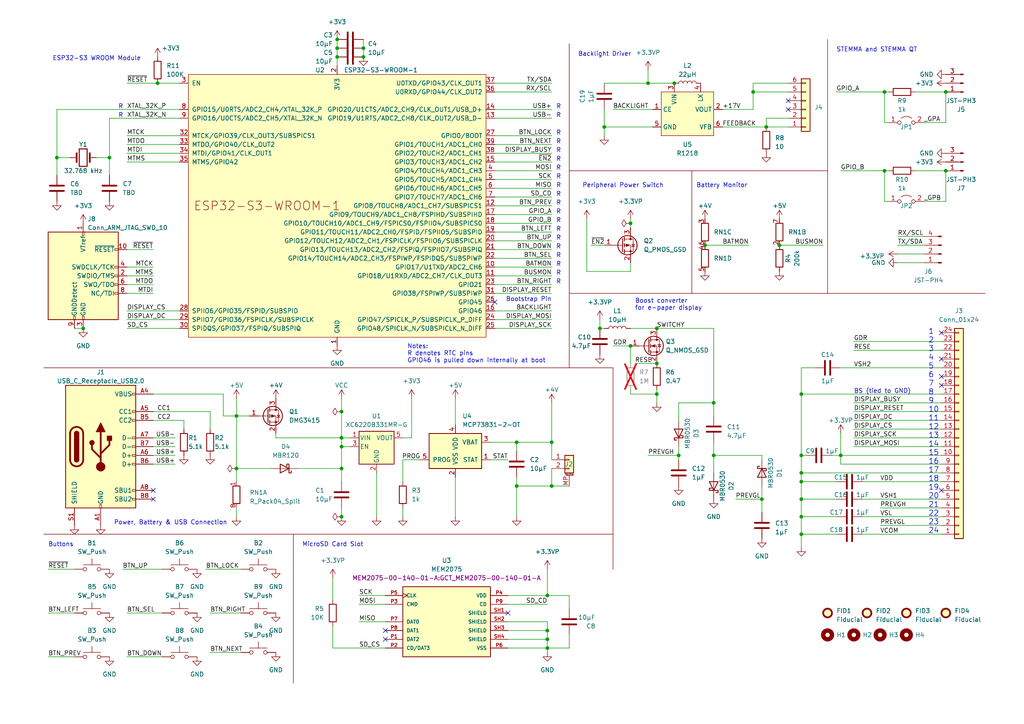
<source format=kicad_sch>
(kicad_sch (version 20230121) (generator eeschema)
  (paper "A4")
  (title_block (title "The Open Book") (date "2022-11-08") (rev "00") (company "Oddly Specific Objects"))
  (junction (at 160.02 128.27))
  (junction (at 232.41 132.08))
  (junction (at 218.44 26.67))
  (junction (at 274.32 26.67))
  (junction (at 105.41 13.97))
  (junction (at 190.5 114.3))
  (junction (at 175.26 36.83))
  (junction (at 97.79 13.97))
  (junction (at 232.41 154.94))
  (junction (at 158.75 185.42))
  (junction (at 207.01 116.84))
  (junction (at 226.06 71.12))
  (junction (at 99.06 127))
  (junction (at 16.51 45.72))
  (junction (at 45.72 24.13))
  (junction (at 232.41 149.86))
  (junction (at 97.79 11.43))
  (junction (at 173.99 95.25))
  (junction (at 232.41 114.3))
  (junction (at 220.98 144.78))
  (junction (at 190.5 95.25))
  (junction (at 68.58 135.89))
  (junction (at 232.41 144.78))
  (junction (at 158.75 187.96))
  (junction (at 99.06 149.86))
  (junction (at 158.75 182.88))
  (junction (at 243.84 132.08))
  (junction (at 97.79 16.51))
  (junction (at 105.41 16.51))
  (junction (at 222.25 36.83))
  (junction (at 190.5 105.41))
  (junction (at 99.06 129.54))
  (junction (at 68.58 120.65))
  (junction (at 187.96 24.13))
  (junction (at 99.06 119.38))
  (junction (at 196.85 132.08))
  (junction (at 232.41 139.7))
  (junction (at 274.32 49.53))
  (junction (at 182.88 100.33))
  (junction (at 232.41 137.16))
  (junction (at 158.75 172.72))
  (junction (at 31.75 45.72))
  (junction (at 149.86 140.97))
  (junction (at 207.01 132.08))
  (junction (at 256.54 49.53))
  (junction (at 204.47 71.12))
  (junction (at 24.13 95.25))
  (junction (at 256.54 26.67))
  (junction (at 160.02 140.97))
  (junction (at 149.86 128.27))
  (junction (at 195.58 24.13))
  (junction (at 182.88 64.77))
  (junction (at 99.06 135.89))
  (no_connect (at 228.6 31.75))
  (no_connect (at 273.05 111.76))
  (no_connect (at 44.45 142.24))
  (no_connect (at 147.32 177.8))
  (no_connect (at 273.05 109.22))
  (no_connect (at 273.05 96.52))
  (no_connect (at 143.51 87.63))
  (no_connect (at 111.76 182.88))
  (no_connect (at 111.76 185.42))
  (no_connect (at 228.6 29.21))
  (no_connect (at 44.45 144.78))
  (no_connect (at 273.05 104.14))
  (no_connect (at 273.05 142.24))
  (wire (pts (xy 72.39 120.65) (xy 68.58 120.65)))
  (wire (pts (xy 96.52 187.96) (xy 111.76 187.96)))
  (wire (pts (xy 119.38 115.57) (xy 119.38 127)))
  (wire (pts (xy 256.54 58.42) (xy 256.54 49.53)))
  (wire (pts (xy 31.75 50.8) (xy 31.75 45.72)))
  (wire (pts (xy 44.45 82.55) (xy 36.83 82.55)))
  (wire (pts (xy 160.02 90.17) (xy 143.51 90.17)))
  (wire (pts (xy 64.77 120.65) (xy 68.58 120.65)))
  (wire (pts (xy 80.01 127) (xy 99.06 127)))
  (wire (pts (xy 13.97 165.1) (xy 21.59 165.1)))
  (wire (pts (xy 232.41 154.94) (xy 242.57 154.94)))
  (wire (pts (xy 250.19 149.86) (xy 273.05 149.86)))
  (wire (pts (xy 104.14 180.34) (xy 111.76 180.34)))
  (wire (pts (xy 86.36 135.89) (xy 99.06 135.89)))
  (wire (pts (xy 232.41 154.94) (xy 232.41 158.75)))
  (wire (pts (xy 105.41 11.43) (xy 105.41 13.97)))
  (wire (pts (xy 190.5 113.03) (xy 190.5 114.3)))
  (wire (pts (xy 175.26 36.83) (xy 189.23 36.83)))
  (polyline (pts (xy 177.8 106.68) (xy 177.8 154.94)) (stroke (width 0) (type solid) (color 132 0 0 1)))
  (wire (pts (xy 68.58 147.32) (xy 68.58 149.86)))
  (wire (pts (xy 147.32 187.96) (xy 158.75 187.96)))
  (wire (pts (xy 232.41 106.68) (xy 236.22 106.68)))
  (wire (pts (xy 165.1 187.96) (xy 158.75 187.96)))
  (wire (pts (xy 273.05 137.16) (xy 232.41 137.16)))
  (wire (pts (xy 232.41 144.78) (xy 242.57 144.78)))
  (wire (pts (xy 160.02 135.89) (xy 160.02 140.97)))
  (wire (pts (xy 247.65 121.92) (xy 273.05 121.92)))
  (wire (pts (xy 158.75 172.72) (xy 158.75 165.1)))
  (wire (pts (xy 160.02 31.75) (xy 143.51 31.75)))
  (wire (pts (xy 99.06 119.38) (xy 99.06 127)))
  (wire (pts (xy 171.45 71.12) (xy 175.26 71.12)))
  (wire (pts (xy 267.97 58.42) (xy 274.32 58.42)))
  (wire (pts (xy 207.01 137.16) (xy 207.01 132.08)))
  (wire (pts (xy 220.98 132.08) (xy 220.98 133.35)))
  (wire (pts (xy 60.96 177.8) (xy 69.85 177.8)))
  (wire (pts (xy 220.98 144.78) (xy 220.98 148.59)))
  (wire (pts (xy 247.65 127) (xy 273.05 127)))
  (wire (pts (xy 36.83 90.17) (xy 52.07 90.17)))
  (wire (pts (xy 247.65 119.38) (xy 273.05 119.38)))
  (wire (pts (xy 99.06 129.54) (xy 101.6 129.54)))
  (wire (pts (xy 177.8 31.75) (xy 189.23 31.75)))
  (polyline (pts (xy 165.1 85.09) (xy 240.03 85.09)) (stroke (width 0) (type solid) (color 132 0 0 1)))
  (wire (pts (xy 160.02 44.45) (xy 143.51 44.45)))
  (wire (pts (xy 260.35 71.12) (xy 267.97 71.12)))
  (wire (pts (xy 187.96 132.08) (xy 196.85 132.08)))
  (wire (pts (xy 165.1 172.72) (xy 158.75 172.72)))
  (polyline (pts (xy 85.09 154.94) (xy 85.09 198.12)) (stroke (width 0) (type solid) (color 132 0 0 1)))
  (polyline (pts (xy 165.1 12.7) (xy 165.1 106.68)) (stroke (width 0) (type solid) (color 132 0 0 1)))
  (wire (pts (xy 147.32 172.72) (xy 158.75 172.72)))
  (wire (pts (xy 256.54 35.56) (xy 257.81 35.56)))
  (wire (pts (xy 218.44 26.67) (xy 228.6 26.67)))
  (wire (pts (xy 222.25 36.83) (xy 228.6 36.83)))
  (wire (pts (xy 256.54 58.42) (xy 257.81 58.42)))
  (wire (pts (xy 160.02 39.37) (xy 143.51 39.37)))
  (wire (pts (xy 44.45 85.09) (xy 36.83 85.09)))
  (polyline (pts (xy 12.7 154.94) (xy 177.8 154.94)) (stroke (width 0) (type solid) (color 132 0 0 1)))
  (wire (pts (xy 96.52 181.61) (xy 96.52 187.96)))
  (polyline (pts (xy 177.8 154.94) (xy 177.8 165.1)) (stroke (width 0) (type solid) (color 132 0 0 1)))
  (wire (pts (xy 147.32 180.34) (xy 158.75 180.34)))
  (wire (pts (xy 232.41 114.3) (xy 273.05 114.3)))
  (wire (pts (xy 99.06 135.89) (xy 99.06 139.7)))
  (wire (pts (xy 218.44 31.75) (xy 218.44 26.67)))
  (wire (pts (xy 243.84 106.68) (xy 273.05 106.68)))
  (wire (pts (xy 233.68 132.08) (xy 232.41 132.08)))
  (wire (pts (xy 255.27 152.4) (xy 273.05 152.4)))
  (wire (pts (xy 68.58 120.65) (xy 68.58 135.89)))
  (wire (pts (xy 238.76 71.12) (xy 226.06 71.12)))
  (wire (pts (xy 99.06 129.54) (xy 99.06 135.89)))
  (wire (pts (xy 196.85 132.08) (xy 196.85 133.35)))
  (wire (pts (xy 99.06 127) (xy 99.06 129.54)))
  (wire (pts (xy 160.02 80.01) (xy 143.51 80.01)))
  (wire (pts (xy 187.96 20.32) (xy 187.96 24.13)))
  (wire (pts (xy 53.34 121.92) (xy 53.34 124.46)))
  (polyline (pts (xy 240.03 11.43) (xy 240.03 85.09)) (stroke (width 0) (type solid) (color 132 0 0 1)))
  (wire (pts (xy 160.02 116.84) (xy 160.02 128.27)))
  (wire (pts (xy 36.83 177.8) (xy 46.99 177.8)))
  (wire (pts (xy 68.58 135.89) (xy 68.58 139.7)))
  (wire (pts (xy 149.86 140.97) (xy 149.86 149.86)))
  (wire (pts (xy 36.83 46.99) (xy 52.07 46.99)))
  (wire (pts (xy 16.51 50.8) (xy 16.51 45.72)))
  (wire (pts (xy 165.1 184.15) (xy 165.1 187.96)))
  (wire (pts (xy 64.77 114.3) (xy 64.77 120.65)))
  (wire (pts (xy 247.65 99.06) (xy 273.05 99.06)))
  (wire (pts (xy 241.3 132.08) (xy 243.84 132.08)))
  (polyline (pts (xy 392.43 208.28) (xy 435.61 208.28)) (stroke (width 0) (type solid) (color 132 0 0 1)))
  (wire (pts (xy 232.41 149.86) (xy 242.57 149.86)))
  (wire (pts (xy 147.32 133.35) (xy 142.24 133.35)))
  (wire (pts (xy 182.88 114.3) (xy 190.5 114.3)))
  (wire (pts (xy 160.02 72.39) (xy 143.51 72.39)))
  (polyline (pts (xy 435.61 210.82) (xy 510.54 210.82)) (stroke (width 0) (type solid) (color 132 0 0 1)))
  (wire (pts (xy 45.72 24.13) (xy 36.83 24.13)))
  (wire (pts (xy 44.45 80.01) (xy 36.83 80.01)))
  (wire (pts (xy 96.52 167.64) (xy 96.52 173.99)))
  (wire (pts (xy 182.88 76.2) (xy 182.88 78.74)))
  (wire (pts (xy 16.51 31.75) (xy 16.51 45.72)))
  (wire (pts (xy 97.79 11.43) (xy 97.79 13.97)))
  (polyline (pts (xy 165.1 49.53) (xy 240.03 49.53)) (stroke (width 0) (type solid) (color 132 0 0 1)))
  (wire (pts (xy 187.96 24.13) (xy 195.58 24.13)))
  (wire (pts (xy 16.51 31.75) (xy 52.07 31.75)))
  (wire (pts (xy 158.75 175.26) (xy 147.32 175.26)))
  (wire (pts (xy 27.94 45.72) (xy 31.75 45.72)))
  (wire (pts (xy 267.97 35.56) (xy 274.32 35.56)))
  (wire (pts (xy 222.25 34.29) (xy 222.25 36.83)))
  (wire (pts (xy 232.41 106.68) (xy 232.41 114.3)))
  (wire (pts (xy 182.88 113.03) (xy 182.88 114.3)))
  (wire (pts (xy 160.02 59.69) (xy 143.51 59.69)))
  (wire (pts (xy 31.75 34.29) (xy 31.75 45.72)))
  (wire (pts (xy 68.58 115.57) (xy 68.58 120.65)))
  (wire (pts (xy 190.5 95.25) (xy 182.88 95.25)))
  (wire (pts (xy 209.55 31.75) (xy 218.44 31.75)))
  (wire (pts (xy 175.26 39.37) (xy 175.26 36.83)))
  (wire (pts (xy 149.86 130.81) (xy 149.86 128.27)))
  (wire (pts (xy 256.54 35.56) (xy 256.54 26.67)))
  (wire (pts (xy 44.45 72.39) (xy 36.83 72.39)))
  (wire (pts (xy 97.79 16.51) (xy 97.79 19.05)))
  (wire (pts (xy 116.84 133.35) (xy 121.92 133.35)))
  (wire (pts (xy 196.85 116.84) (xy 196.85 121.92)))
  (wire (pts (xy 52.07 24.13) (xy 45.72 24.13)))
  (wire (pts (xy 160.02 64.77) (xy 143.51 64.77)))
  (wire (pts (xy 158.75 187.96) (xy 158.75 189.23)))
  (wire (pts (xy 36.83 44.45) (xy 52.07 44.45)))
  (wire (pts (xy 247.65 101.6) (xy 273.05 101.6)))
  (wire (pts (xy 105.41 13.97) (xy 105.41 16.51)))
  (wire (pts (xy 50.8 134.62) (xy 44.45 134.62)))
  (wire (pts (xy 182.88 100.33) (xy 182.88 105.41)))
  (wire (pts (xy 35.56 165.1) (xy 46.99 165.1)))
  (wire (pts (xy 257.81 26.67) (xy 256.54 26.67)))
  (wire (pts (xy 16.51 45.72) (xy 20.32 45.72)))
  (wire (pts (xy 119.38 127) (xy 116.84 127)))
  (wire (pts (xy 97.79 13.97) (xy 97.79 16.51)))
  (wire (pts (xy 228.6 34.29) (xy 222.25 34.29)))
  (wire (pts (xy 232.41 149.86) (xy 232.41 154.94)))
  (wire (pts (xy 60.96 119.38) (xy 60.96 124.46)))
  (wire (pts (xy 182.88 63.5) (xy 182.88 64.77)))
  (wire (pts (xy 99.06 115.57) (xy 99.06 119.38)))
  (wire (pts (xy 274.32 35.56) (xy 274.32 26.67)))
  (polyline (pts (xy 12.7 106.68) (xy 177.8 106.68)) (stroke (width 0) (type solid) (color 132 0 0 1)))
  (wire (pts (xy 59.69 165.1) (xy 69.85 165.1)))
  (wire (pts (xy 250.19 154.94) (xy 273.05 154.94)))
  (wire (pts (xy 36.83 39.37) (xy 52.07 39.37)))
  (wire (pts (xy 50.8 129.54) (xy 44.45 129.54)))
  (wire (pts (xy 175.26 36.83) (xy 175.26 31.75)))
  (wire (pts (xy 243.84 132.08) (xy 243.84 125.73)))
  (wire (pts (xy 232.41 144.78) (xy 232.41 149.86)))
  (wire (pts (xy 190.5 114.3) (xy 190.5 116.84)))
  (wire (pts (xy 158.75 185.42) (xy 158.75 187.96)))
  (wire (pts (xy 109.22 149.86) (xy 109.22 137.16)))
  (wire (pts (xy 13.97 190.5) (xy 21.59 190.5)))
  (wire (pts (xy 149.86 128.27) (xy 142.24 128.27)))
  (wire (pts (xy 196.85 129.54) (xy 196.85 132.08)))
  (polyline (pts (xy 435.61 210.82) (xy 435.61 266.7)) (stroke (width 0) (type solid) (color 132 0 0 1)))
  (wire (pts (xy 132.08 149.86) (xy 132.08 138.43)))
  (wire (pts (xy 256.54 49.53) (xy 257.81 49.53)))
  (wire (pts (xy 242.57 26.67) (xy 256.54 26.67)))
  (wire (pts (xy 232.41 132.08) (xy 232.41 137.16)))
  (wire (pts (xy 207.01 116.84) (xy 207.01 120.65)))
  (wire (pts (xy 247.65 124.46) (xy 273.05 124.46)))
  (wire (pts (xy 247.65 116.84) (xy 273.05 116.84)))
  (wire (pts (xy 207.01 95.25) (xy 190.5 95.25)))
  (wire (pts (xy 274.32 58.42) (xy 274.32 49.53)))
  (wire (pts (xy 260.35 68.58) (xy 267.97 68.58)))
  (wire (pts (xy 177.8 100.33) (xy 182.88 100.33)))
  (wire (pts (xy 243.84 134.62) (xy 243.84 132.08)))
  (wire (pts (xy 104.14 175.26) (xy 111.76 175.26)))
  (wire (pts (xy 160.02 128.27) (xy 160.02 133.35)))
  (wire (pts (xy 250.19 144.78) (xy 273.05 144.78)))
  (wire (pts (xy 190.5 105.41) (xy 184.15 105.41)))
  (wire (pts (xy 217.17 71.12) (xy 204.47 71.12)))
  (wire (pts (xy 209.55 36.83) (xy 222.25 36.83)))
  (wire (pts (xy 104.14 172.72) (xy 111.76 172.72)))
  (wire (pts (xy 36.83 92.71) (xy 52.07 92.71)))
  (wire (pts (xy 218.44 26.67) (xy 218.44 24.13)))
  (wire (pts (xy 170.18 63.5) (xy 170.18 78.74)))
  (wire (pts (xy 213.36 144.78) (xy 220.98 144.78)))
  (wire (pts (xy 160.02 54.61) (xy 143.51 54.61)))
  (wire (pts (xy 160.02 34.29) (xy 143.51 34.29)))
  (wire (pts (xy 160.02 92.71) (xy 143.51 92.71)))
  (wire (pts (xy 160.02 77.47) (xy 143.51 77.47)))
  (wire (pts (xy 160.02 57.15) (xy 143.51 57.15)))
  (wire (pts (xy 158.75 180.34) (xy 158.75 182.88)))
  (wire (pts (xy 160.02 41.91) (xy 143.51 41.91)))
  (wire (pts (xy 207.01 116.84) (xy 207.01 95.25)))
  (wire (pts (xy 44.45 121.92) (xy 53.34 121.92)))
  (wire (pts (xy 218.44 24.13) (xy 228.6 24.13)))
  (wire (pts (xy 160.02 85.09) (xy 143.51 85.09)))
  (wire (pts (xy 265.43 49.53) (xy 274.32 49.53)))
  (wire (pts (xy 160.02 67.31) (xy 143.51 67.31)))
  (wire (pts (xy 13.97 177.8) (xy 21.59 177.8)))
  (wire (pts (xy 160.02 82.55) (xy 143.51 82.55)))
  (wire (pts (xy 36.83 41.91) (xy 52.07 41.91)))
  (wire (pts (xy 116.84 139.7) (xy 116.84 133.35)))
  (wire (pts (xy 173.99 95.25) (xy 175.26 95.25)))
  (wire (pts (xy 149.86 128.27) (xy 160.02 128.27)))
  (wire (pts (xy 160.02 49.53) (xy 143.51 49.53)))
  (polyline (pts (xy 200.66 49.53) (xy 200.66 85.09)) (stroke (width 0) (type solid) (color 132 0 0 1)))
  (wire (pts (xy 160.02 46.99) (xy 143.51 46.99)))
  (wire (pts (xy 158.75 182.88) (xy 158.75 185.42)))
  (wire (pts (xy 36.83 190.5) (xy 46.99 190.5)))
  (wire (pts (xy 80.01 127) (xy 80.01 125.73)))
  (wire (pts (xy 160.02 24.13) (xy 143.51 24.13)))
  (wire (pts (xy 243.84 132.08) (xy 273.05 132.08)))
  (wire (pts (xy 31.75 34.29) (xy 52.07 34.29)))
  (wire (pts (xy 232.41 137.16) (xy 232.41 139.7)))
  (wire (pts (xy 78.74 135.89) (xy 68.58 135.89)))
  (polyline (pts (xy 468.63 210.82) (xy 468.63 266.7)) (stroke (width 0) (type solid) (color 132 0 0 1)))
  (wire (pts (xy 265.43 26.67) (xy 274.32 26.67)))
  (wire (pts (xy 160.02 140.97) (xy 165.1 140.97)))
  (wire (pts (xy 21.59 95.25) (xy 24.13 95.25)))
  (wire (pts (xy 255.27 147.32) (xy 273.05 147.32)))
  (wire (pts (xy 232.41 139.7) (xy 232.41 144.78)))
  (wire (pts (xy 132.08 115.57) (xy 132.08 123.19)))
  (wire (pts (xy 160.02 26.67) (xy 143.51 26.67)))
  (wire (pts (xy 273.05 134.62) (xy 243.84 134.62)))
  (wire (pts (xy 182.88 64.77) (xy 182.88 66.04)))
  (wire (pts (xy 220.98 132.08) (xy 207.01 132.08)))
  (wire (pts (xy 160.02 74.93) (xy 143.51 74.93)))
  (wire (pts (xy 160.02 95.25) (xy 143.51 95.25)))
  (wire (pts (xy 116.84 147.32) (xy 116.84 149.86)))
  (wire (pts (xy 165.1 176.53) (xy 165.1 172.72)))
  (wire (pts (xy 50.8 127) (xy 44.45 127)))
  (wire (pts (xy 196.85 116.84) (xy 207.01 116.84)))
  (wire (pts (xy 220.98 140.97) (xy 220.98 144.78)))
  (wire (pts (xy 160.02 62.23) (xy 143.51 62.23)))
  (wire (pts (xy 160.02 69.85) (xy 143.51 69.85)))
  (wire (pts (xy 147.32 185.42) (xy 158.75 185.42)))
  (polyline (pts (xy 240.03 85.09) (xy 285.75 85.09)) (stroke (width 0) (type solid) (color 132 0 0 1)))
  (wire (pts (xy 147.32 182.88) (xy 158.75 182.88)))
  (wire (pts (xy 260.35 76.2) (xy 267.97 76.2)))
  (wire (pts (xy 232.41 139.7) (xy 242.57 139.7)))
  (wire (pts (xy 50.8 132.08) (xy 44.45 132.08)))
  (wire (pts (xy 44.45 77.47) (xy 36.83 77.47)))
  (wire (pts (xy 175.26 24.13) (xy 187.96 24.13)))
  (wire (pts (xy 149.86 140.97) (xy 160.02 140.97)))
  (wire (pts (xy 44.45 114.3) (xy 64.77 114.3)))
  (wire (pts (xy 173.99 92.71) (xy 173.99 95.25)))
  (wire (pts (xy 250.19 139.7) (xy 273.05 139.7)))
  (polyline (pts (xy 435.61 160.02) (xy 435.61 210.82)) (stroke (width 0) (type solid) (color 132 0 0 1)))
  (wire (pts (xy 260.35 73.66) (xy 267.97 73.66)))
  (wire (pts (xy 149.86 138.43) (xy 149.86 140.97)))
  (wire (pts (xy 243.84 49.53) (xy 256.54 49.53)))
  (wire (pts (xy 60.96 189.23) (xy 69.85 189.23)))
  (wire (pts (xy 99.06 127) (xy 101.6 127)))
  (wire (pts (xy 247.65 129.54) (xy 273.05 129.54)))
  (wire (pts (xy 182.88 78.74) (xy 170.18 78.74)))
  (wire (pts (xy 160.02 52.07) (xy 143.51 52.07)))
  (wire (pts (xy 44.45 119.38) (xy 60.96 119.38)))
  (wire (pts (xy 207.01 128.27) (xy 207.01 132.08)))
  (wire (pts (xy 99.06 149.86) (xy 99.06 147.32)))
  (wire (pts (xy 36.83 95.25) (xy 52.07 95.25)))
  (wire (pts (xy 232.41 114.3) (xy 232.41 132.08)))
  (text "R" (at 161.29 34.29 0) (effects (font (size 1.27 1.27)) (justify left bottom)))
  (text "Backlight Driver" (at 167.64 16.51 0) (effects (font (size 1.27 1.27)) (justify left bottom)))
  (text "R" (at 161.29 46.99 0) (effects (font (size 1.27 1.27)) (justify left bottom)))
  (text "STEMMA and STEMMA QT" (at 242.57 15.24 0) (effects (font (size 1.27 1.27)) (justify left bottom)))
  (text "R" (at 161.29 44.45 0) (effects (font (size 1.27 1.27)) (justify left bottom)))
  (text "R" (at 161.29 49.53 0) (effects (font (size 1.27 1.27)) (justify left bottom)))
  (text "Notes:\nR denotes RTC pins\nGPIO46 is pulled down internally at boot" (at 118.11 105.41 0) (effects (font (size 1.27 1.27)) (justify left bottom)))
  (text "R" (at 161.29 67.31 0) (effects (font (size 1.27 1.27)) (justify left bottom)))
  (text "Peripheral Power Switch" (at 168.91 54.61 0) (effects (font (size 1.27 1.27)) (justify left bottom)))
  (text "Power, Battery & USB Connection" (at 33.02 152.4 0) (effects (font (size 1.27 1.27)) (justify left bottom)))
  (text "R" (at 161.29 59.69 0) (effects (font (size 1.27 1.27)) (justify left bottom)))
  (text "R" (at 161.29 80.01 0) (effects (font (size 1.27 1.27)) (justify left bottom)))
  (text "1\n2\n3\n4\n5\n6\n7\n8\n9\n10\n11\n12\n13\n14\n15\n16\n17\n18\n19\n20\n21\n22\n23\n24" (at 269.24 154.94 0) (effects (font (size 1.56 1.56)) (justify left bottom)))
  (text "Buttons" (at 13.97 158.75 0) (effects (font (size 1.27 1.27)) (justify left bottom)))
  (text "ESP32-S3 WROOM Module" (at 15.24 17.78 0) (effects (font (size 1.27 1.27)) (justify left bottom)))
  (text "R" (at 161.29 57.15 0) (effects (font (size 1.27 1.27)) (justify left bottom)))
  (text "R" (at 161.29 62.23 0) (effects (font (size 1.27 1.27)) (justify left bottom)))
  (text "R" (at 161.29 69.85 0) (effects (font (size 1.27 1.27)) (justify left bottom)))
  (text "R" (at 161.29 77.47 0) (effects (font (size 1.27 1.27)) (justify left bottom)))
  (text "R" (at 34.29 34.29 0) (effects (font (size 1.27 1.27)) (justify left bottom)))
  (text "R" (at 34.29 31.75 0) (effects (font (size 1.27 1.27)) (justify left bottom)))
  (text "R" (at 161.29 74.93 0) (effects (font (size 1.27 1.27)) (justify left bottom)))
  (text "MicroSD Card Slot" (at 87.63 158.75 0) (effects (font (size 1.27 1.27)) (justify left bottom)))
  (text "R" (at 161.29 54.61 0) (effects (font (size 1.27 1.27)) (justify left bottom)))
  (text "R" (at 161.29 52.07 0) (effects (font (size 1.27 1.27)) (justify left bottom)))
  (text "BS (tied to GND)" (at 247.65 114.3 0) (effects (font (size 1.27 1.27)) (justify left bottom)))
  (text "R" (at 161.29 82.55 0) (effects (font (size 1.27 1.27)) (justify left bottom)))
  (text "R" (at 161.29 31.75 0) (effects (font (size 1.27 1.27)) (justify left bottom)))
  (text "R" (at 161.29 39.37 0) (effects (font (size 1.27 1.27)) (justify left bottom)))
  (text "R" (at 161.29 41.91 0) (effects (font (size 1.27 1.27)) (justify left bottom)))
  (text "Bootstrap Pin" (at 160.02 87.63 0) (effects (font (size 1.27 1.27)) (justify right bottom)))
  (text "Battery Monitor" (at 201.93 54.61 0) (effects (font (size 1.27 1.27)) (justify left bottom)))
  (text "Boost converter\nfor e-paper display" (at 184.15 90.17 0) (effects (font (size 1.27 1.27)) (justify left bottom)))
  (text "R" (at 161.29 64.77 0) (effects (font (size 1.27 1.27)) (justify left bottom)))
  (text "R" (at 161.29 72.39 0) (effects (font (size 1.27 1.27)) (justify left bottom)))
  (label "DISPLAY_MOSI" (at 247.65 129.54 0))
  (label "CC2" (at 49.53 121.92 180))
  (label "SWITCHY" (at 190.5 95.25 0))
  (label "GPIO_B" (at 243.84 49.53 0))
  (label "+17V" (at 209.55 31.75 0))
  (label "RX{slash}SCL" (at 260.35 68.58 0))
  (label "BTN_SEL" (at 160.02 74.93 180))
  (label "BTN_LOCK" (at 59.69 165.1 0))
  (label "GPIO_A" (at 160.02 62.23 180))
  (label "USB+" (at 50.8 132.08 180))
  (label "BTN_RIGHT" (at 60.96 177.8 0))
  (label "BTN_SEL" (at 36.83 177.8 0))
  (label "DISPLAY_SCK" (at 160.02 95.25 180))
  (label "SD_CS" (at 104.14 187.96 0))
  (label "BTN_NEXT" (at 60.96 189.23 0))
  (label "MOSI" (at 104.14 175.26 0))
  (label "MTCK" (at 36.83 39.37 0))
  (label "MISO" (at 104.14 180.34 0))
  (label "BTN_NEXT" (at 160.02 41.91 180))
  (label "PROG" (at 121.92 133.35 180))
  (label "RESE" (at 247.65 101.6 0))
  (label "SCK" (at 104.14 172.72 0))
  (label "VSH1" (at 255.27 144.78 0))
  (label "DISPLAY_SCK" (at 247.65 127 0))
  (label "TX{slash}SDA" (at 260.35 71.12 0))
  (label "USB+" (at 50.8 134.62 180))
  (label "FEEDBACK" (at 209.55 36.83 0))
  (label "BTN_UP" (at 160.02 69.85 180))
  (label "MTMS" (at 44.45 80.01 180))
  (label "USB+" (at 160.02 31.75 180))
  (label "DISPLAY_RESET" (at 160.02 85.09 180))
  (label "CC1" (at 49.53 119.38 180))
  (label "SD_CS" (at 36.83 95.25 0))
  (label "GDR" (at 177.8 100.33 0))
  (label "DISPLAY_RESET" (at 247.65 119.38 0))
  (label "GPIO_B" (at 160.02 64.77 180))
  (label "VSH2" (at 247.65 106.68 0))
  (label "GDR" (at 247.65 99.06 0))
  (label "MTDI" (at 36.83 44.45 0))
  (label "BTN_DOWN" (at 160.02 72.39 180))
  (label "VSL" (at 255.27 149.86 0))
  (label "BATMON" (at 217.17 71.12 180))
  (label "BTN_RIGHT" (at 160.02 82.55 180))
  (label "MTDO" (at 44.45 82.55 180))
  (label "MTMS" (at 36.83 46.99 0))
  (label "MOSI" (at 160.02 49.53 180))
  (label "_GPB" (at 267.97 58.42 0))
  (label "~{EN2}" (at 160.02 46.99 180))
  (label "DISPLAY_CS" (at 247.65 124.46 0))
  (label "_GPA" (at 267.97 35.56 0))
  (label "USB-" (at 50.8 129.54 180))
  (label "BUSMON" (at 160.02 80.01 180))
  (label "USB-" (at 160.02 34.29 180))
  (label "BTN_LEFT" (at 13.97 177.8 0))
  (label "MTCK" (at 44.45 77.47 180))
  (label "~{RESET}" (at 36.83 24.13 0))
  (label "SD_CD" (at 160.02 57.15 180))
  (label "SCK" (at 160.02 52.07 180))
  (label "BTN_LEFT" (at 160.02 67.31 180))
  (label "~{EN2}" (at 171.45 71.12 0))
  (label "BTN_LOCK" (at 160.02 39.37 180))
  (label "BTN_UP" (at 35.56 165.1 0))
  (label "RESE" (at 184.15 105.41 0))
  (label "PREVGL" (at 213.36 144.78 0))
  (label "TX{slash}SDA" (at 160.02 24.13 180))
  (label "MISO" (at 160.02 54.61 180))
  (label "USB-" (at 50.8 127 180))
  (label "GPIO_A" (at 242.57 26.67 0))
  (label "SD_CD" (at 158.75 175.26 180))
  (label "BTN_PREV" (at 160.02 59.69 180))
  (label "BACKLIGHT" (at 177.8 31.75 0))
  (label "DISPLAY_BUSY" (at 160.02 44.45 180))
  (label "~{RESET}" (at 44.45 72.39 180))
  (label "RX{slash}SCL" (at 160.02 26.67 180))
  (label "VCOM" (at 255.27 154.94 0))
  (label "DISPLAY_CS" (at 36.83 90.17 0))
  (label "PREVGL" (at 255.27 152.4 0))
  (label "XTAL_32K_N" (at 36.83 34.29 0))
  (label "BUSMON" (at 238.76 71.12 180))
  (label "STAT" (at 147.32 133.35 180))
  (label "XTAL_32K_P" (at 36.83 31.75 0))
  (label "PREVGH" (at 187.96 132.08 0))
  (label "~{RESET}" (at 13.97 165.1 0))
  (label "BTN_PREV" (at 13.97 190.5 0))
  (label "DISPLAY_MOSI" (at 160.02 92.71 180))
  (label "VDD" (at 255.27 139.7 0))
  (label "BTN_DOWN" (at 36.83 190.5 0))
  (label "MTDO" (at 36.83 41.91 0))
  (label "DISPLAY_DC" (at 247.65 121.92 0))
  (label "BATMON" (at 160.02 77.47 180))
  (label "BACKLIGHT" (at 160.02 90.17 180))
  (label "MTDI" (at 44.45 85.09 180))
  (label "DISPLAY_BUSY" (at 247.65 116.84 0))
  (label "PREVGH" (at 255.27 147.32 0))
  (label "DISPLAY_DC" (at 36.83 92.71 0))
  (symbol (lib_id "Connector:Conn_01x04_Male") (at 273.05 73.66 180) (unit 1)
    (property "Reference" "J6" (at 269.24 78.74 0))
    (property "Value" "JST-PH4" (at 269.24 81.28 0))
    (property "Footprint" "Connector_JST:JST_SH_SM04B-SRSS-TB_1x04-1MP_P1.00mm_Horizontal" (effects hide))
  )
  (symbol (lib_id "power:GND") (at 29.21 152.4 0) (unit 1)
    (property "Reference" "#PWR023" (effects hide))
    (property "Value" "GND" (effects hide))
  )
  (symbol (lib_id "power:GND") (at 21.59 152.4 0) (unit 1)
    (property "Reference" "#PWR022" (effects hide))
    (property "Value" "GND" (effects hide))
  )
  (symbol (lib_id "power:GND") (at 190.5 116.84 0) (unit 1)
    (property "Reference" "#PWR0131" (effects hide))
    (property "Value" "GND" (effects hide))
  )
  (symbol (lib_id "power:GND") (at 232.41 158.75 0) (unit 1)
    (property "Reference" "#PWR0141" (effects hide))
    (property "Value" "GND" (effects hide))
  )
  (symbol (lib_id "Mechanical:Fiducial") (at 274.32 177.8 0) (unit 1)
    (property "Reference" "FID4" (at 276.86 177.165 0) (effects (justify left)))
    (property "Value" "Fiducial" (at 276.86 179.705 0) (effects (justify left)))
    (property "Footprint" "Fiducial:Fiducial_1mm_Mask2mm" (effects hide))
  )
  (symbol (lib_id "Device:R") (at 53.34 128.27 0) (unit 1)
    (property "Reference" "R1" (at 54.61 127 0) (effects (justify left)))
    (property "Value" "5.1k" (at 54.61 129.54 0) (effects (justify left)))
    (property "Footprint" "Resistor_SMD:R_0805_2012Metric" (effects hide))
  )
  (symbol (lib_id "power:GND") (at 31.75 165.1 0) (unit 1)
    (property "Reference" "#PWR0154" (effects hide))
    (property "Value" "GND" (at 31.75 170.18 0))
  )
  (symbol (lib_id "power:GND") (at 220.98 156.21 0) (unit 1)
    (property "Reference" "#PWR031" (effects hide))
    (property "Value" "GND" (at 220.98 161.29 0))
  )
  (symbol (lib_id "Switch:SW_Push") (at 26.67 190.5 0) (unit 1)
    (property "Reference" "B3" (at 26.67 182.88 0))
    (property "Value" "SW_Push" (at 26.67 185.42 0))
    (property "Footprint" "TACT_PANA-EVQ:TACT_PANA-EVQ-BUTTONPAD" (effects hide))
  )
  (symbol (lib_id "Connector:USB_C_Receptacle_USB2.0") (at 29.21 129.54 0) (unit 1)
    (property "Reference" "J1" (at 29.21 107.95 0))
    (property "Value" "USB_C_Receptacle_USB2.0" (at 29.21 110.49 0))
    (property "Footprint" "Connector_USB:USB_C_Receptacle_HRO_TYPE-C-31-M-12" (effects hide))
    (property "Datasheet" "https://www.usb.org/sites/default/files/documents/usb_type-c.zip" (effects hide))
  )
  (symbol (lib_id "power:GND") (at 16.51 58.42 0) (unit 1)
    (property "Reference" "#PWR06" (effects hide))
    (property "Value" "GND" (effects hide))
  )
  (symbol (lib_id "Connector_Generic_MountingPin:Conn_01x02_MountingPin") (at 165.1 133.35 0) (unit 1)
    (property "Reference" "J2" (at 163.83 134.62 0) (effects (justify left)))
    (property "Value" "Conn_01x02_MountingPin" (effects hide))
    (property "Footprint" "Connector_Molex:Molex_PicoBlade_53261-0271_1x02-1MP_P1.25mm_Horizontal" (effects hide))
  )
  (symbol (lib_id "Device:C") (at 175.26 27.94 180) (unit 1)
    (property "Reference" "C19" (at 168.91 27.94 90))
    (property "Value" "1µF" (at 171.45 27.94 90))
    (property "Footprint" "Capacitor_SMD:C_0805_2012Metric" (effects hide))
  )
  (symbol (lib_id "power:GND") (at 97.79 100.33 0) (unit 1)
    (property "Reference" "#PWR04" (effects hide))
    (property "Value" "GND" (at 97.79 105.41 0))
  )
  (symbol (lib_id "Connector_Generic:Conn_01x06") (at 233.68 31.75 0) (mirror x) (unit 1)
    (property "Reference" "J4" (at 236.22 31.115 0) (effects (justify left)))
    (property "Value" "Conn_01x06" (effects hide))
    (property "Footprint" "Connector_FFC-FPC:TE_0-1734839-6_1x06-1MP_P0.5mm_Horizontal" (effects hide))
  )
  (symbol (lib_id "Device:R") (at 45.72 20.32 0) (unit 1)
    (property "Reference" "R11" (at 48.26 19.0499 0) (effects (justify left)))
    (property "Value" "100K" (at 48.26 21.5899 0) (effects (justify left)))
    (property "Footprint" "Resistor_SMD:R_0805_2012Metric" (effects hide))
  )
  (symbol (lib_id "Mechanical:Fiducial") (at 262.89 177.8 0) (unit 1)
    (property "Reference" "FID3" (at 265.43 177.165 0) (effects (justify left)))
    (property "Value" "Fiducial" (at 265.43 179.705 0) (effects (justify left)))
    (property "Footprint" "Fiducial:Fiducial_1mm_Mask2mm" (effects hide))
  )
  (symbol (lib_id "power:+3.3V") (at 170.18 63.5 0) (unit 1)
    (property "Reference" "#PWR02" (effects hide))
    (property "Value" "+3.3V" (at 170.18 58.42 0))
  )
  (symbol (lib_id "Device:C") (at 246.38 149.86 90) (unit 1)
    (property "Reference" "C17" (at 242.57 148.59 90))
    (property "Value" "1µF" (at 250.19 148.59 90))
    (property "Footprint" "Capacitor_SMD:C_0805_2012Metric" (effects hide))
  )
  (symbol (lib_id "Device:C") (at 237.49 132.08 90) (unit 1)
    (property "Reference" "C9" (at 234.95 130.81 90))
    (property "Value" "1µF" (at 241.3 130.81 90))
    (property "Footprint" "Capacitor_SMD:C_0805_2012Metric" (effects hide))
  )
  (symbol (lib_id "Device:R") (at 96.52 177.8 0) (mirror x) (unit 1)
    (property "Reference" "R5" (at 93.98 176.5299 0) (effects (justify right)))
    (property "Value" "10K" (at 93.98 179.0699 0) (effects (justify right)))
    (property "Footprint" "Resistor_SMD:R_0805_2012Metric" (effects hide))
  )
  (symbol (lib_id "power:+3.3V") (at 45.72 16.51 0) (unit 1)
    (property "Reference" "#PWR036" (effects hide))
    (property "Value" "+3.3V" (at 49.53 13.97 0))
  )
  (symbol (lib_id "MEM2075-00-140-01-A:MEM2075-00-140-01-A") (at 129.54 180.34 0) (unit 1)
    (property "Reference" "U3" (at 129.54 162.56 0))
    (property "Value" "MEM2075" (at 129.54 165.1 0))
    (property "Footprint" "MEM2075-00-140-01-A:GCT_MEM2075-00-140-01-A" (at 129.54 167.64 0))
    (property "MANUFACTURER" "GCT" (effects hide))
    (property "PARTREV" "A" (effects hide))
    (property "STANDARD" "Manufacturer recommendations" (effects hide))
  )
  (symbol (lib_id "power:GND") (at 175.26 39.37 0) (unit 1)
    (property "Reference" "#PWR025" (effects hide))
    (property "Value" "GND" (effects hide))
  )
  (symbol (lib_id "power:+4V") (at 80.01 115.57 0) (unit 1)
    (property "Reference" "#PWR09" (effects hide))
    (property "Value" "+4V" (at 80.01 111.76 0))
  )
  (symbol (lib_id "power:+3.3VP") (at 187.96 20.32 0) (unit 1)
    (property "Reference" "#PWR028" (effects hide))
    (property "Value" "+3.3VP" (at 187.96 15.24 0))
  )
  (symbol (lib_id "Device:Q_PMOS_GSD") (at 180.34 71.12 0) (unit 1)
    (property "Reference" "Q2" (at 186.69 69.8499 0) (effects (justify left)))
    (property "Value" "Q_PMOS_GSD" (at 186.69 72.3899 0) (effects (justify left)))
    (property "Footprint" "Package_TO_SOT_SMD:SOT-23" (effects hide))
  )
  (symbol (lib_id "power:+3.3VP") (at 158.75 165.1 0) (unit 1)
    (property "Reference" "#PWR0129" (effects hide))
    (property "Value" "+3.3VP" (at 158.75 160.02 0))
  )
  (symbol (lib_id "power:+3.3V") (at 119.38 115.57 0) (unit 1)
    (property "Reference" "#PWR011" (effects hide))
    (property "Value" "+3.3V" (at 119.38 110.49 0))
  )
  (symbol (lib_id "Device:R_Pack04_Split") (at 226.06 67.31 0) (unit 2)
    (property "Reference" "RN1" (at 228.6 67.31 0) (effects (justify left)))
    (property "Value" "R_Pack04_Split" (effects hide))
    (property "Footprint" "Resistor_SMD:R_Array_Concave_4x0603" (effects hide))
  )
  (symbol (lib_id "Device:C") (at 101.6 13.97 90) (unit 1)
    (property "Reference" "C4" (at 106.68 12.7 90) (effects (justify right)))
    (property "Value" "10µF" (at 106.68 15.24 90) (effects (justify right)))
    (property "Footprint" "Capacitor_SMD:C_1206_3216Metric" (effects hide))
  )
  (symbol (lib_id "Switch:SW_Push") (at 52.07 190.5 0) (unit 1)
    (property "Reference" "B8" (at 52.07 182.88 0))
    (property "Value" "SW_Push" (at 52.07 185.42 0))
    (property "Footprint" "TACT_PANA-EVQ:TACT_PANA-EVQ-BUTTONPAD" (effects hide))
  )
  (symbol (lib_id "Mechanical:MountingHole") (at 255.27 184.15 0) (unit 1)
    (property "Reference" "H3" (at 257.81 184.15 0) (effects (justify left)))
    (property "Value" "MountingHole" (effects hide))
    (property "Footprint" "MountingHole:MountingHole_2.7mm_M2.5" (effects hide))
  )
  (symbol (lib_id "power:PWR_FLAG") (at 99.06 119.38 90) (unit 1)
    (property "Reference" "#FLG01" (effects hide))
    (property "Value" "PWR_FLAG" (effects hide))
  )
  (symbol (lib_id "Device:C") (at 246.38 139.7 90) (unit 1)
    (property "Reference" "C15" (at 243.84 138.43 90))
    (property "Value" "1µF" (at 250.19 138.43 90))
    (property "Footprint" "Capacitor_SMD:C_0805_2012Metric" (effects hide))
  )
  (symbol (lib_id "Device:R") (at 261.62 49.53 90) (unit 1)
    (property "Reference" "R10" (at 261.62 52.07 90))
    (property "Value" "1k" (at 261.62 54.61 90))
    (property "Footprint" "Resistor_SMD:R_0805_2012Metric" (effects hide))
  )
  (symbol (lib_id "power:GND") (at 149.86 149.86 0) (unit 1)
    (property "Reference" "#PWR0126" (effects hide))
    (property "Value" "GND" (effects hide))
  )
  (symbol (lib_id "Device:C") (at 149.86 134.62 0) (unit 1)
    (property "Reference" "C2" (at 153.67 133.3499 0) (effects (justify left)))
    (property "Value" "10µF" (at 153.67 135.8899 0) (effects (justify left)))
    (property "Footprint" "Capacitor_SMD:C_1206_3216Metric" (effects hide))
  )
  (symbol (lib_id "Mechanical:Fiducial") (at 251.46 177.8 0) (unit 1)
    (property "Reference" "FID2" (at 254 177.165 0) (effects (justify left)))
    (property "Value" "Fiducial" (at 254 179.705 0) (effects (justify left)))
    (property "Footprint" "Fiducial:Fiducial_1mm_Mask2mm" (effects hide))
  )
  (symbol (lib_id "power:GND") (at 105.41 16.51 0) (unit 1)
    (property "Reference" "#PWR021" (effects hide))
    (property "Value" "GND" (effects hide))
  )
  (symbol (lib_id "Switch:SW_Push") (at 74.93 165.1 0) (unit 1)
    (property "Reference" "B2" (at 74.93 157.48 0))
    (property "Value" "SW_Push" (at 74.93 160.02 0))
    (property "Footprint" "Button_Switch_SMD:Panasonic_EVQPUJ_EVQPUA" (effects hide))
  )
  (symbol (lib_id "Jumper:Jumper_2_Open") (at 262.89 35.56 0) (unit 1)
    (property "Reference" "JP1" (at 262.89 36.83 0))
    (property "Value" "Jumper_2_Open" (effects hide))
    (property "Footprint" "Jumper:SolderJumper-2_P1.3mm_Open_TrianglePad1.0x1.5mm" (effects hide))
  )
  (symbol (lib_id "Switch:SW_Push") (at 74.93 189.23 0) (unit 1)
    (property "Reference" "B4" (at 74.93 181.61 0))
    (property "Value" "SW_Push" (at 74.93 184.15 0))
    (property "Footprint" "TACT_PANA-EVQ:TACT_PANA-EVQ-BUTTONPAD" (effects hide))
  )
  (symbol (lib_id "power:GND") (at 158.75 189.23 0) (unit 1)
    (property "Reference" "#PWR0116" (effects hide))
    (property "Value" "GND" (at 158.75 194.31 0))
  )
  (symbol (lib_id "Device:R_Pack04_Split") (at 68.58 143.51 180) (unit 1)
    (property "Reference" "RN1" (at 72.39 142.875 0) (effects (justify right)))
    (property "Value" "R_Pack04_Split" (at 72.39 145.415 0) (effects (justify right)))
    (property "Footprint" "Resistor_SMD:R_Array_Concave_4x0603" (effects hide))
  )
  (symbol (lib_id "power:GND") (at 57.15 190.5 0) (unit 1)
    (property "Reference" "#PWR0138" (effects hide))
    (property "Value" "GND" (at 57.15 195.58 0))
  )
  (symbol (lib_id "Device:Q_PMOS_GSD") (at 77.47 120.65 0) (unit 1)
    (property "Reference" "Q1" (at 83.82 119.3799 0) (effects (justify left)))
    (property "Value" "DMG3415" (at 83.82 121.9199 0) (effects (justify left)))
    (property "Footprint" "Package_TO_SOT_SMD:SOT-23" (effects hide))
  )
  (symbol (lib_id "power:+3.3VP") (at 96.52 167.64 0) (unit 1)
    (property "Reference" "#PWR0135" (effects hide))
    (property "Value" "+3.3VP" (at 96.52 162.56 0))
  )
  (symbol (lib_id "Device:C") (at 101.6 11.43 90) (unit 1)
    (property "Reference" "C3" (at 96.52 10.16 90) (effects (justify left)))
    (property "Value" "10µF" (at 96.52 12.7 90) (effects (justify left)))
    (property "Footprint" "Capacitor_SMD:C_1206_3216Metric" (effects hide))
  )
  (symbol (lib_id "Device:C") (at 101.6 16.51 90) (unit 1)
    (property "Reference" "C5" (at 96.52 15.24 90) (effects (justify left)))
    (property "Value" "10µF" (at 96.52 17.78 90) (effects (justify left)))
    (property "Footprint" "Capacitor_SMD:C_1206_3216Metric" (effects hide))
  )
  (symbol (lib_id "power:+3.3V") (at 274.32 46.99 90) (unit 1)
    (property "Reference" "#PWR0120" (effects hide))
    (property "Value" "+3.3V" (at 265.43 46.99 90) (effects (justify right)))
  )
  (symbol (lib_id "Device:C") (at 196.85 137.16 0) (unit 1)
    (property "Reference" "C12" (at 200.66 135.8899 0) (effects (justify left)))
    (property "Value" "1µF" (at 200.66 138.4299 0) (effects (justify left)))
    (property "Footprint" "Capacitor_SMD:C_0805_2012Metric" (effects hide))
  )
  (symbol (lib_id "Battery_Management:MCP73831-2-OT") (at 132.08 130.81 0) (unit 1)
    (property "Reference" "U4" (at 134.0994 120.65 0) (effects (justify left)))
    (property "Value" "MCP73831-2-OT" (at 134.0994 123.19 0) (effects (justify left)))
    (property "Footprint" "Package_TO_SOT_SMD:SOT-23-5" (effects hide))
    (property "Datasheet" "http://ww1.microchip.com/downloads/en/DeviceDoc/20001984g.pdf" (effects hide))
  )
  (symbol (lib_id "Device:C") (at 220.98 152.4 0) (unit 1)
    (property "Reference" "C13" (at 224.79 151.765 0) (effects (justify left)))
    (property "Value" "1µF" (at 224.79 154.305 0) (effects (justify left)))
    (property "Footprint" "Capacitor_SMD:C_0805_2012Metric" (effects hide))
  )
  (symbol (lib_id "Mechanical:MountingHole") (at 240.03 184.15 0) (unit 1)
    (property "Reference" "H1" (at 242.57 184.15 0) (effects (justify left)))
    (property "Value" "MountingHole" (effects hide))
    (property "Footprint" "MountingHole:MountingHole_2.7mm_M2.5" (effects hide))
  )
  (symbol (lib_id "Switch:SW_Push") (at 52.07 165.1 0) (unit 1)
    (property "Reference" "B6" (at 52.07 157.48 0))
    (property "Value" "SW_Push" (at 52.07 160.02 0))
    (property "Footprint" "TACT_PANA-EVQ:TACT_PANA-EVQ-BUTTONPAD" (effects hide))
  )
  (symbol (lib_id "power:GND") (at 60.96 132.08 0) (unit 1)
    (property "Reference" "#PWR015" (effects hide))
    (property "Value" "GND" (effects hide))
  )
  (symbol (lib_id "Device:L") (at 179.07 95.25 90) (unit 1)
    (property "Reference" "L1" (at 179.07 90.17 90))
    (property "Value" "10µH" (at 179.07 92.71 90))
    (property "Footprint" "Inductor_SMD:L_Taiyo-Yuden_MD-4040" (effects hide))
  )
  (symbol (lib_id "power:PWR_FLAG") (at 99.06 149.86 90) (unit 1)
    (property "Reference" "#FLG04" (effects hide))
    (property "Value" "PWR_FLAG" (effects hide))
  )
  (symbol (lib_id "power:GND") (at 204.47 78.74 0) (unit 1)
    (property "Reference" "#PWR024" (effects hide))
    (property "Value" "GND" (effects hide))
  )
  (symbol (lib_id "power:GND") (at 222.25 44.45 0) (unit 1)
    (property "Reference" "#PWR026" (effects hide))
    (property "Value" "GND" (effects hide))
  )
  (symbol (lib_id "Device:D_Schottky") (at 82.55 135.89 180) (unit 1)
    (property "Reference" "D4" (at 82.8675 129.54 0))
    (property "Value" "MBR120" (at 82.8675 132.08 0))
    (property "Footprint" "Diode_SMD:D_SOD-123" (effects hide))
  )
  (symbol (lib_id "Device:L") (at 199.39 24.13 90) (unit 1)
    (property "Reference" "L2" (at 199.39 19.05 90))
    (property "Value" "22µH" (at 199.39 21.59 90))
    (property "Footprint" "Inductor_SMD:L_1210_3225Metric" (effects hide))
  )
  (symbol (lib_id "power:GND") (at 196.85 140.97 0) (unit 1)
    (property "Reference" "#PWR0142" (effects hide))
    (property "Value" "GND" (at 196.85 146.05 0))
  )
  (symbol (lib_id "power:GND") (at 274.32 44.45 270) (unit 1)
    (property "Reference" "#PWR0134" (effects hide))
    (property "Value" "GND" (at 266.7 44.45 90) (effects (justify left)))
  )
  (symbol (lib_id "power:GND") (at 57.15 165.1 0) (unit 1)
    (property "Reference" "#PWR0137" (effects hide))
    (property "Value" "GND" (at 57.15 170.18 0))
  )
  (symbol (lib_id "Device:Q_NMOS_GSD") (at 187.96 100.33 0) (unit 1)
    (property "Reference" "Q3" (at 193.04 99.06 0) (effects (justify left)))
    (property "Value" "Q_NMOS_GSD" (at 193.04 101.6 0) (effects (justify left)))
    (property "Footprint" "Package_TO_SOT_SMD:SOT-23" (effects hide))
  )
  (symbol (lib_id "Device:R") (at 261.62 26.67 90) (unit 1)
    (property "Reference" "R9" (at 261.62 29.21 90))
    (property "Value" "1k" (at 261.62 31.75 90))
    (property "Footprint" "Resistor_SMD:R_0805_2012Metric" (effects hide))
  )
  (symbol (lib_id "power:GND") (at 99.06 149.86 0) (unit 1)
    (property "Reference" "#PWR017" (effects hide))
    (property "Value" "GND" (effects hide))
  )
  (symbol (lib_id "power:GND") (at 132.08 149.86 0) (unit 1)
    (property "Reference" "#PWR020" (effects hide))
    (property "Value" "GND" (effects hide))
  )
  (symbol (lib_id "Device:C") (at 99.06 143.51 0) (unit 1)
    (property "Reference" "C1" (at 91.44 142.24 0) (effects (justify left)))
    (property "Value" "10µF" (at 91.44 144.78 0) (effects (justify left)))
    (property "Footprint" "Capacitor_SMD:C_1206_3216Metric" (effects hide))
  )
  (symbol (lib_id "power:GND") (at 207.01 144.78 0) (unit 1)
    (property "Reference" "#PWR0132" (effects hide))
    (property "Value" "GND" (at 207.01 149.86 0))
  )
  (symbol (lib_id "power:GND") (at 24.13 95.25 0) (unit 1)
    (property "Reference" "#PWR033" (effects hide))
    (property "Value" "GND" (at 24.13 100.33 0))
  )
  (symbol (lib_id "R1218:R1218") (at 199.39 33.02 0) (unit 1)
    (property "Reference" "U5" (at 199.39 41.91 0))
    (property "Value" "R1218" (at 199.39 44.45 0))
    (property "Footprint" "Package_TO_SOT_SMD:SOT-23-6" (effects hide))
  )
  (symbol (lib_id "Device:C") (at 173.99 99.06 0) (unit 1)
    (property "Reference" "C10" (at 171.45 97.79 0) (effects (justify right)))
    (property "Value" "4.7µF" (at 171.45 100.33 0) (effects (justify right)))
    (property "Footprint" "Capacitor_SMD:C_0805_2012Metric" (effects hide))
  )
  (symbol (lib_id "power:PWR_FLAG") (at 68.58 135.89 90) (unit 1)
    (property "Reference" "#FLG03" (effects hide))
    (property "Value" "PWR_FLAG" (effects hide))
  )
  (symbol (lib_id "Connector:Conn_ARM_JTAG_SWD_10") (at 24.13 80.01 0) (unit 1)
    (property "Reference" "J8" (at 25.4 63.5 0) (effects (justify left)))
    (property "Value" "Conn_ARM_JTAG_SWD_10" (at 25.4 66.04 0) (effects (justify left)))
    (property "Footprint" "Connector_PinHeader_1.27mm:PinHeader_2x05_P1.27mm_Vertical_SMD" (effects hide))
    (property "Datasheet" "http://infocenter.arm.com/help/topic/com.arm.doc.ddi0314h/DDI0314H_coresight_components_trm.pdf" (effects hide))
  )
  (symbol (lib_id "power:+3.3VP") (at 243.84 125.73 0) (unit 1)
    (property "Reference" "#PWR0140" (effects hide))
    (property "Value" "+3.3VP" (at 243.84 121.92 0))
  )
  (symbol (lib_id "Device:R") (at 182.88 109.22 0) (unit 1) (dnp yes)
    (property "Reference" "R7" (at 185.42 107.9499 0) (effects (justify left)))
    (property "Value" "1M" (at 185.42 110.4899 0) (effects (justify left)))
    (property "Footprint" "Resistor_SMD:R_0805_2012Metric" (effects hide))
  )
  (symbol (lib_id "Mechanical:MountingHole") (at 262.89 184.15 0) (unit 1)
    (property "Reference" "H4" (at 265.43 184.15 0) (effects (justify left)))
    (property "Value" "MountingHole" (effects hide))
    (property "Footprint" "MountingHole:MountingHole_2.7mm_M2.5" (effects hide))
  )
  (symbol (lib_id "Device:R_Pack04_Split") (at 204.47 74.93 180) (unit 4)
    (property "Reference" "RN1" (at 207.01 74.93 0) (effects (justify right)))
    (property "Value" "R_Pack04_Split" (effects hide))
    (property "Footprint" "Resistor_SMD:R_Array_Concave_4x0603" (effects hide))
  )
  (symbol (lib_id "power:+5V") (at 68.58 115.57 0) (unit 1)
    (property "Reference" "#PWR07" (effects hide))
    (property "Value" "+5V" (at 68.58 111.76 0))
  )
  (symbol (lib_id "power:+5V") (at 226.06 63.5 0) (unit 1)
    (property "Reference" "#PWR029" (effects hide))
    (property "Value" "+5V" (at 226.06 59.69 0))
  )
  (symbol (lib_id "Device:D_Schottky") (at 220.98 137.16 90) (mirror x) (unit 1)
    (property "Reference" "D1" (at 226.06 137.16 0))
    (property "Value" "MBR0530" (at 223.52 137.16 0))
    (property "Footprint" "Diode_SMD:D_SOD-123" (effects hide))
  )
  (symbol (lib_id "Switch:SW_Push") (at 52.07 177.8 0) (unit 1)
    (property "Reference" "B7" (at 52.07 170.18 0))
    (property "Value" "SW_Push" (at 52.07 172.72 0))
    (property "Footprint" "TACT_PANA-EVQ:TACT_PANA-EVQ-BUTTONPAD" (effects hide))
  )
  (symbol (lib_id "power:GND") (at 116.84 149.86 0) (unit 1)
    (property "Reference" "#PWR019" (effects hide))
    (property "Value" "GND" (effects hide))
  )
  (symbol (lib_id "Mechanical:Fiducial") (at 240.03 177.8 0) (unit 1)
    (property "Reference" "FID1" (at 242.57 177.165 0) (effects (justify left)))
    (property "Value" "Fiducial" (at 242.57 179.705 0) (effects (justify left)))
    (property "Footprint" "Fiducial:Fiducial_1mm_Mask2mm" (effects hide))
  )
  (symbol (lib_id "Device:R") (at 116.84 143.51 0) (unit 1)
    (property "Reference" "R3" (at 119.38 142.2399 0) (effects (justify left)))
    (property "Value" "1k" (at 119.38 144.7799 0) (effects (justify left)))
    (property "Footprint" "Resistor_SMD:R_0805_2012Metric" (effects hide))
  )
  (symbol (lib_id "power:+3.3VP") (at 260.35 73.66 90) (unit 1)
    (property "Reference" "#PWR035" (effects hide))
    (property "Value" "+3.3VP" (at 256.54 74.295 90) (effects (justify left)))
  )
  (symbol (lib_id "Switch:SW_Push") (at 26.67 165.1 0) (unit 1)
    (property "Reference" "B1" (at 26.67 157.48 0))
    (property "Value" "SW_Push" (at 26.67 160.02 0))
    (property "Footprint" "Button_Switch_SMD:Panasonic_EVQPUJ_EVQPUA" (effects hide))
  )
  (symbol (lib_id "power:GND") (at 173.99 102.87 0) (unit 1)
    (property "Reference" "#PWR0124" (effects hide))
    (property "Value" "GND" (effects hide))
  )
  (symbol (lib_id "Device:C") (at 16.51 54.61 0) (unit 1)
    (property "Reference" "C6" (at 20.32 53.34 0) (effects (justify left)))
    (property "Value" "TBD" (at 20.32 55.88 0) (effects (justify left)))
    (property "Footprint" "Capacitor_SMD:C_0805_2012Metric" (effects hide))
  )
  (symbol (lib_id "Switch:SW_Push") (at 74.93 177.8 0) (unit 1)
    (property "Reference" "B9" (at 74.93 170.18 0))
    (property "Value" "SW_Push" (at 74.93 172.72 0))
    (property "Footprint" "TACT_PANA-EVQ:TACT_PANA-EVQ-BUTTONPAD" (effects hide))
  )
  (symbol (lib_id "power:VCC") (at 99.06 115.57 0) (unit 1)
    (property "Reference" "#PWR010" (effects hide))
    (property "Value" "VCC" (at 99.06 111.76 0))
  )
  (symbol (lib_id "Regulator_Linear:AP2112K-3.3") (at 109.22 129.54 0) (unit 1)
    (property "Reference" "U1" (at 109.22 120.65 0))
    (property "Value" "XC6220B331MR-G" (at 109.22 123.19 0))
    (property "Footprint" "Package_TO_SOT_SMD:SOT-23-5" (effects hide))
    (property "Datasheet" "https://media.digikey.com/pdf/Data%20Sheets/Torex/XC6220.pdf" (effects hide))
  )
  (symbol (lib_id "Device:C") (at 246.38 154.94 90) (unit 1)
    (property "Reference" "C18" (at 242.57 153.67 90))
    (property "Value" "1µF" (at 250.19 153.67 90))
    (property "Footprint" "Capacitor_SMD:C_0805_2012Metric" (effects hide))
  )
  (symbol (lib_id "Connector:Conn_01x03_Male") (at 279.4 24.13 180) (unit 1)
    (property "Reference" "J5" (at 278.765 31.75 0))
    (property "Value" "JST-PH3" (at 278.765 29.21 0))
    (property "Footprint" "Connector_JST:JST_SH_SM03B-SRSS-TB_1x03-1MP_P1.00mm_Horizontal" (effects hide))
  )
  (symbol (lib_id "power:+5V") (at 132.08 115.57 0) (unit 1)
    (property "Reference" "#PWR012" (effects hide))
    (property "Value" "+5V" (at 132.08 111.76 0))
  )
  (symbol (lib_id "Device:R") (at 190.5 109.22 0) (unit 1)
    (property "Reference" "R6" (at 193.04 107.9499 0) (effects (justify left)))
    (property "Value" "0.47" (at 193.04 110.4899 0) (effects (justify left)))
    (property "Footprint" "Resistor_SMD:R_0805_2012Metric" (effects hide))
  )
  (symbol (lib_id "power:GND") (at 57.15 177.8 0) (unit 1)
    (property "Reference" "#PWR0139" (effects hide))
    (property "Value" "GND" (at 57.15 182.88 0))
  )
  (symbol (lib_id "power:PWR_FLAG") (at 182.88 64.77 90) (unit 1)
    (property "Reference" "#FLG02" (effects hide))
    (property "Value" "PWR_FLAG" (effects hide))
  )
  (symbol (lib_id "power:GND") (at 260.35 76.2 270) (unit 1)
    (property "Reference" "#PWR034" (effects hide))
    (property "Value" "GND" (at 252.73 76.2 90) (effects (justify left)))
  )
  (symbol (lib_id "Device:D_Schottky") (at 196.85 125.73 90) (unit 1)
    (property "Reference" "D3" (at 201.93 125.73 0))
    (property "Value" "MBR0530" (at 199.39 125.73 0))
    (property "Footprint" "Diode_SMD:D_SOD-123" (effects hide))
  )
  (symbol (lib_id "power:+3.3V") (at 24.13 64.77 0) (unit 1)
    (property "Reference" "#PWR032" (effects hide))
    (property "Value" "+3.3V" (at 24.13 59.69 0))
  )
  (symbol (lib_id "PCM_Espressif:ESP32-S3-WROOM-1") (at 97.79 59.69 0) (unit 1)
    (property "Reference" "U2" (at 91.44 20.32 0) (effects (justify left)))
    (property "Value" "ESP32-S3-WROOM-1" (at 99.7459 20.32 0) (effects (justify left)))
    (property "Footprint" "RF_Module:ESP32-S3-WROOM-1" (effects hide))
    (property "Datasheet" "https://www.espressif.com/sites/default/files/documentation/esp32-s3-wroom-1_wroom-1u_datasheet_en.pdf" (effects hide))
  )
  (symbol (lib_id "Device:C") (at 246.38 144.78 90) (unit 1)
    (property "Reference" "C16" (at 243.84 143.51 90))
    (property "Value" "1µF" (at 250.19 143.51 90))
    (property "Footprint" "Capacitor_SMD:C_0805_2012Metric" (effects hide))
  )
  (symbol (lib_id "Device:D_Schottky") (at 207.01 140.97 270) (mirror x) (unit 1)
    (property "Reference" "D2" (at 212.09 140.97 0))
    (property "Value" "MBR0530" (at 209.55 140.97 0))
    (property "Footprint" "Diode_SMD:D_SOD-123" (effects hide))
  )
  (symbol (lib_id "power:+4V") (at 160.02 116.84 0) (unit 1)
    (property "Reference" "#PWR013" (effects hide))
    (property "Value" "+4V" (at 160.02 113.03 0))
  )
  (symbol (lib_id "Device:Crystal") (at 24.13 45.72 0) (unit 1)
    (property "Reference" "Y1" (at 24.13 41.91 0))
    (property "Value" "32.768 kHz" (at 24.13 49.53 0))
    (property "Footprint" "Crystal:Crystal_SMD_3215-2Pin_3.2x1.5mm" (effects hide))
  )
  (symbol (lib_id "power:GND") (at 31.75 58.42 0) (unit 1)
    (property "Reference" "#PWR05" (effects hide))
    (property "Value" "GND" (effects hide))
  )
  (symbol (lib_id "power:+3.3V") (at 274.32 24.13 90) (unit 1)
    (property "Reference" "#PWR0121" (effects hide))
    (property "Value" "+3.3V" (at 265.43 24.13 90) (effects (justify right)))
  )
  (symbol (lib_id "Switch:SW_Push") (at 26.67 177.8 0) (unit 1)
    (property "Reference" "B5" (at 26.67 170.18 0))
    (property "Value" "SW_Push" (at 26.67 172.72 0))
    (property "Footprint" "TACT_PANA-EVQ:TACT_PANA-EVQ-BUTTONPAD" (effects hide))
  )
  (symbol (lib_id "Connector_Generic:Conn_01x24") (at 278.13 127 0) (mirror x) (unit 1)
    (property "Reference" "J3" (at 278.13 90.17 0))
    (property "Value" "Conn_01x24" (at 278.13 92.71 0))
    (property "Footprint" "Connector_FFC-FPC:TE_2-1734839-4_1x24-1MP_P0.5mm_Horizontal" (effects hide))
  )
  (symbol (lib_id "power:GND") (at 68.58 149.86 0) (unit 1)
    (property "Reference" "#PWR016" (effects hide))
    (property "Value" "GND" (effects hide))
  )
  (symbol (lib_id "power:+4V") (at 204.47 63.5 0) (unit 1)
    (property "Reference" "#PWR027" (effects hide))
    (property "Value" "+4V" (at 204.47 59.69 0))
  )
  (symbol (lib_id "Jumper:Jumper_2_Open") (at 262.89 58.42 0) (unit 1)
    (property "Reference" "JP2" (at 262.89 59.69 0))
    (property "Value" "Jumper_2_Open" (effects hide))
    (property "Footprint" "Jumper:SolderJumper-2_P1.3mm_Open_TrianglePad1.0x1.5mm" (effects hide))
  )
  (symbol (lib_id "Device:R") (at 226.06 74.93 180) (unit 1)
    (property "Reference" "R4" (at 228.6 74.93 90))
    (property "Value" "200k" (at 231.14 74.93 90))
    (property "Footprint" "Resistor_SMD:R_0805_2012Metric" (effects hide))
  )
  (symbol (lib_id "Connector:Conn_01x03_Male") (at 279.4 46.99 180) (unit 1)
    (property "Reference" "J7" (at 278.765 54.61 0))
    (property "Value" "JST-PH3" (at 278.765 52.07 0))
    (property "Footprint" "Connector_JST:JST_SH_SM03B-SRSS-TB_1x03-1MP_P1.00mm_Horizontal" (effects hide))
  )
  (symbol (lib_id "power:+3.3V") (at 97.79 11.43 0) (unit 1)
    (property "Reference" "#PWR03" (effects hide))
    (property "Value" "+3.3V" (at 97.79 6.35 0))
  )
  (symbol (lib_id "power:+3.3VP") (at 173.99 92.71 0) (unit 1)
    (property "Reference" "#PWR0114" (effects hide))
    (property "Value" "+3.3VP" (at 173.99 87.63 0))
  )
  (symbol (lib_id "power:GND") (at 274.32 21.59 270) (unit 1)
    (property "Reference" "#PWR0130" (effects hide))
    (property "Value" "GND" (at 266.7 21.59 90) (effects (justify left)))
  )
  (symbol (lib_id "Device:C") (at 240.03 106.68 90) (unit 1)
    (property "Reference" "C14" (at 240.03 102.87 90))
    (property "Value" "1µF" (at 240.03 110.49 90))
    (property "Footprint" "Capacitor_SMD:C_0805_2012Metric" (effects hide))
  )
  (symbol (lib_id "power:+3.3VP") (at 182.88 63.5 0) (unit 1)
    (property "Reference" "#PWR0117" (effects hide))
    (property "Value" "+3.3VP" (at 182.88 58.42 0))
  )
  (symbol (lib_id "power:GND") (at 109.22 149.86 0) (unit 1)
    (property "Reference" "#PWR018" (effects hide))
    (property "Value" "GND" (effects hide))
  )
  (symbol (lib_id "power:GND") (at 31.75 190.5 0) (unit 1)
    (property "Reference" "#PWR01" (effects hide))
    (property "Value" "GND" (at 31.75 195.58 0))
  )
  (symbol (lib_id "power:GND") (at 80.01 165.1 0) (unit 1)
    (property "Reference" "#PWR08" (effects hide))
    (property "Value" "GND" (at 80.01 170.18 0))
  )
  (symbol (lib_id "Device:C") (at 165.1 180.34 180) (unit 1)
    (property "Reference" "C8" (at 172.72 181.61 0) (effects (justify left)))
    (property "Value" "10µF" (at 172.72 179.07 0) (effects (justify left)))
    (property "Footprint" "Capacitor_SMD:C_1206_3216Metric" (effects hide))
  )
  (symbol (lib_id "power:GND") (at 80.01 189.23 0) (unit 1)
    (property "Reference" "#PWR0155" (effects hide))
    (property "Value" "GND" (at 80.01 194.31 0))
  )
  (symbol (lib_id "Device:R_Pack04_Split") (at 204.47 67.31 180) (unit 3)
    (property "Reference" "RN1" (at 207.01 67.31 0) (effects (justify right)))
    (property "Value" "R_Pack04_Split" (effects hide))
    (property "Footprint" "Resistor_SMD:R_Array_Concave_4x0603" (effects hide))
  )
  (symbol (lib_id "Mechanical:MountingHole") (at 247.65 184.15 0) (unit 1)
    (property "Reference" "H2" (at 250.19 184.15 0) (effects (justify left)))
    (property "Value" "MountingHole" (effects hide))
    (property "Footprint" "MountingHole:MountingHole_2.7mm_M2.5" (effects hide))
  )
  (symbol (lib_id "power:GND") (at 226.06 78.74 0) (unit 1)
    (property "Reference" "#PWR030" (effects hide))
    (property "Value" "GND" (effects hide))
  )
  (symbol (lib_id "Device:C") (at 31.75 54.61 0) (unit 1)
    (property "Reference" "C7" (at 35.56 53.34 0) (effects (justify left)))
    (property "Value" "TBD" (at 35.56 55.88 0) (effects (justify left)))
    (property "Footprint" "Capacitor_SMD:C_0805_2012Metric" (effects hide))
  )
  (symbol (lib_id "Device:R") (at 60.96 128.27 0) (unit 1)
    (property "Reference" "R2" (at 62.23 127 0) (effects (justify left)))
    (property "Value" "5.1k" (at 62.23 129.54 0) (effects (justify left)))
    (property "Footprint" "Resistor_SMD:R_0805_2012Metric" (effects hide))
  )
  (symbol (lib_id "power:GND") (at 31.75 177.8 0) (unit 1)
    (property "Reference" "#PWR0128" (effects hide))
    (property "Value" "GND" (at 31.75 182.88 0))
  )
  (symbol (lib_id "power:GND") (at 53.34 132.08 0) (unit 1)
    (property "Reference" "#PWR014" (effects hide))
    (property "Value" "GND" (effects hide))
  )
  (symbol (lib_id "power:GND") (at 80.01 177.8 0) (unit 1)
    (property "Reference" "#PWR0127" (effects hide))
    (property "Value" "GND" (at 80.01 182.88 0))
  )
  (symbol (lib_id "Device:C") (at 207.01 124.46 180) (unit 1)
    (property "Reference" "C11" (at 210.82 123.825 0) (effects (justify right)))
    (property "Value" "4.7µF" (at 210.82 126.365 0) (effects (justify right)))
    (property "Footprint" "Capacitor_SMD:C_0805_2012Metric" (effects hide))
  )
  (symbol (lib_id "Device:R") (at 222.25 40.64 180) (unit 1)
    (property "Reference" "R8" (at 224.79 40.005 0) (effects (justify right)))
    (property "Value" "10" (at 224.79 42.545 0) (effects (justify right)))
    (property "Footprint" "Resistor_SMD:R_0805_2012Metric" (effects hide))
  )
)
</source>
